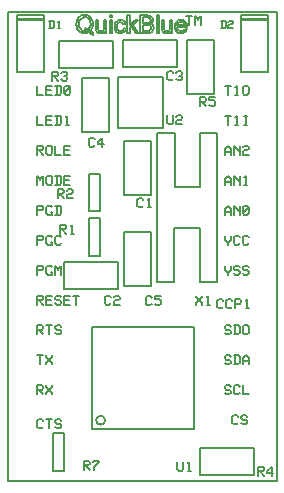
<source format=gbr>
G04 GERBER FORMAT: RX-274-X*
G04 BOARD: QUICKBLUE*
G04 ARTWORK OF COMP.PRINT POSITIVE*
%ASAXBY*%
%FSLAX33Y33*%
%MIA0B0*%
%MOMM*%
%OFA0.000B0.000*%
%SFA1B1*%
%IJA0B0*%
%INLAYER0POS*%
%IOA0B0*%
%IPPOS*%
%IR0*%
G04 APERTURE MACROS*
%AMEDWDONUT*
1,1,$1,$2,$3*
1,0,$4,$2,$3*
%
%AMEDWFRECT*
20,1,$1,$2,$3,$4,$5,$6*
%
%AMEDWORECT*
20,1,$1,$2,$3,$4,$5,$10*
20,1,$1,$4,$5,$6,$7,$10*
20,1,$1,$6,$7,$8,$9,$10*
20,1,$1,$8,$9,$2,$3,$10*
1,1,$1,$2,$3*
1,1,$1,$4,$5*
1,1,$1,$6,$7*
1,1,$1,$8,$9*
%
%AMEDWLINER*
20,1,$1,$2,$3,$4,$5,$6*
1,1,$1,$2,$3*
1,1,$1,$4,$5*
%
%AMEDWFTRNG*
4,1,3,$1,$2,$3,$4,$5,$6,$7,$8,$9*
%
%AMEDWATRNG*
4,1,3,$1,$2,$3,$4,$5,$6,$7,$8,$9*
20,1,$11,$1,$2,$3,$4,$10*
20,1,$11,$3,$4,$5,$6,$10*
20,1,$11,$5,$6,$7,$8,$10*
1,1,$11,$3,$4*
1,1,$11,$5,$6*
1,1,$11,$7,$8*
%
%AMEDWOTRNG*
20,1,$1,$2,$3,$4,$5,$8*
20,1,$1,$4,$5,$6,$7,$8*
20,1,$1,$6,$7,$2,$3,$8*
1,1,$1,$2,$3*
1,1,$1,$4,$5*
1,1,$1,$6,$7*
%
G04*
G04 APERTURE LIST*
%ADD10R,1.651X1.778*%
%ADD11R,2.261X2.388*%
%ADD12R,1.397X1.524*%
%ADD13R,2.007X2.134*%
%ADD14R,1.346X4.953*%
%ADD15R,1.956X5.563*%
%ADD16R,1.092X4.699*%
%ADD17R,1.702X5.309*%
%ADD18R,1.100X0.650*%
%ADD19R,1.710X1.260*%
%ADD20R,1.000X0.550*%
%ADD21R,1.610X1.160*%
%ADD22R,1.100X0.550*%
%ADD23R,1.710X1.160*%
%ADD24R,1.000X0.450*%
%ADD25R,1.610X1.060*%
%ADD26R,0.406X1.930*%
%ADD27R,1.016X2.540*%
%ADD28R,0.254X1.778*%
%ADD29R,0.864X2.388*%
%ADD30R,1.930X0.406*%
%ADD31R,2.540X1.016*%
%ADD32R,1.778X0.254*%
%ADD33R,2.388X0.864*%
%ADD34R,1.270X1.473*%
%ADD35R,1.880X2.083*%
%ADD36R,1.016X1.219*%
%ADD37R,1.626X1.829*%
%ADD38R,1.300X1.000*%
%ADD39R,1.910X1.610*%
%ADD40R,1.100X0.800*%
%ADD41R,1.710X1.410*%
%ADD42R,1.778X1.651*%
%ADD43R,2.388X2.261*%
%ADD44R,1.524X1.397*%
%ADD45R,2.134X2.007*%
%ADD46R,1.850X1.750*%
%ADD47R,2.460X2.360*%
%ADD48R,1.750X1.650*%
%ADD49R,2.360X2.260*%
%ADD50C,0.025*%
%ADD52C,0.051*%
%ADD53R,0.051X0.051*%
%ADD54C,0.076*%
%ADD55R,0.076X0.076*%
%ADD56C,0.102*%
%ADD57R,0.102X0.102*%
%ADD58C,0.127*%
%ADD59R,0.127X0.127*%
%ADD60C,0.140*%
%ADD62C,0.170*%
%ADD63R,0.170X0.170*%
%ADD64C,0.200*%
%ADD65R,0.200X0.200*%
%ADD66C,0.203*%
%ADD68C,0.203*%
%ADD70C,0.220*%
%ADD72C,0.250*%
%ADD73R,0.250X0.250*%
%ADD74C,0.254*%
%ADD75R,0.254X0.254*%
%ADD76C,0.305*%
%ADD78C,0.305*%
%ADD80C,0.330*%
%ADD82C,0.500*%
%ADD83R,0.500X0.500*%
%ADD84C,0.600*%
%ADD86C,0.610*%
%ADD88C,0.737*%
%ADD90C,0.750*%
%ADD92C,0.762*%
%ADD93R,0.762X0.762*%
%ADD94C,0.780*%
%ADD95R,0.780X0.780*%
%ADD96C,0.810*%
%ADD98C,0.813*%
%ADD100C,0.813*%
%ADD102C,0.830*%
%ADD104C,0.914*%
%ADD106C,0.940*%
%ADD108C,1.000*%
%ADD109R,1.000X1.000*%
%ADD110C,1.100*%
%ADD111R,1.100X1.100*%
%ADD112C,1.270*%
%ADD113R,1.270X1.270*%
%ADD115R,1.397X1.397*%
%ADD117R,1.400X1.400*%
%ADD118C,1.422*%
%ADD119R,1.422X1.422*%
%ADD120C,1.500*%
%ADD121R,1.500X1.500*%
%ADD122C,1.524*%
%ADD123R,1.524X1.524*%
%ADD124C,1.575*%
%ADD125R,1.575X1.575*%
%ADD127R,1.600X1.600*%
%ADD129R,1.650X1.650*%
%ADD131R,1.651X1.651*%
%ADD132C,1.750*%
%ADD133R,1.750X1.750*%
%ADD134C,1.754*%
%ADD135R,1.754X1.754*%
%ADD136C,1.778*%
%ADD137R,1.778X1.778*%
%ADD139R,1.854X1.854*%
%ADD141R,1.872X1.872*%
%ADD143R,1.905X1.905*%
%ADD145R,1.984X1.984*%
%ADD146C,2.000*%
%ADD147R,2.000X2.000*%
%ADD148C,2.004*%
%ADD149R,2.004X2.004*%
%ADD151R,2.007X2.007*%
%ADD153R,2.010X2.010*%
%ADD154C,2.032*%
%ADD155R,2.032X2.032*%
%ADD157R,2.110X2.110*%
%ADD158C,2.134*%
%ADD159R,2.134X2.134*%
%ADD160C,2.184*%
%ADD161R,2.184X2.184*%
%ADD163R,2.210X2.210*%
%ADD165R,2.260X2.260*%
%ADD167R,2.261X2.261*%
%ADD169R,2.286X2.286*%
%ADD171R,2.360X2.360*%
%ADD172C,2.388*%
%ADD173R,2.388X2.388*%
%ADD175R,2.464X2.464*%
%ADD177R,2.482X2.482*%
%ADD179R,2.515X2.515*%
%ADD181R,2.594X2.594*%
%ADD182C,2.610*%
%ADD183R,2.610X2.610*%
%ADD184C,2.642*%
%ADD185R,2.642X2.642*%
%ADD186C,2.794*%
%ADD187R,2.794X2.794*%
%ADD189R,2.835X2.835*%
%ADD191R,2.896X2.896*%
%ADD193R,3.048X3.048*%
%ADD195R,3.302X3.302*%
%ADD197R,3.445X3.445*%
%ADD199R,3.658X3.658*%
%ADD201R,3.912X3.912*%
%ADD202C,6.452*%
%ADD203R,6.452X6.452*%
%ADD204C,8.992*%
%ADD205R,8.992X8.992*%
%ADD206C,11.532*%
%ADD207R,11.532X11.532*%
%ADD208C,14.072*%
%ADD209R,14.072X14.072*%
%ADD210C,16.612*%
%ADD211R,16.612X16.612*%
%ADD212C,19.152*%
%ADD213R,19.152X19.152*%
%ADD214C,21.692*%
%ADD215R,21.692X21.692*%
%ADD216C,24.232*%
%ADD217R,24.232X24.232*%
%ADD218C,26.772*%
%ADD219R,26.772X26.772*%
%ADD220C,29.312*%
%ADD221R,29.312X29.312*%
%ADD222C,31.852*%
%ADD223R,31.852X31.852*%
%ADD224C,34.392*%
%ADD225R,34.392X34.392*%
%ADD226C,36.932*%
%ADD227R,36.932X36.932*%
%ADD228C,39.472*%
%ADD229R,39.472X39.472*%
%ADD230C,42.012*%
%ADD231R,42.012X42.012*%
%ADD232C,44.552*%
%ADD233R,44.552X44.552*%
%ADD234C,47.092*%
%ADD235R,47.092X47.092*%
%ADD236C,49.632*%
%ADD237R,49.632X49.632*%
G04*
D58* 
X0Y0D02*
X22824Y0D01*
X22824Y39625D01*
X0Y39625D01*
X0Y0D01*
D68* 
X19777Y34563D02*
X22072Y34563D01*
X22072Y39012D01*
X19777Y39012D01*
X19777Y34563D01*
D66* 
X22084Y39098D02*
X19780Y39098D01*
X19780Y39432D01*
X22084Y39432D01*
X22084Y39098D01*
D64* 
X18067Y38309D02*
X18384Y38309D01*
X18490Y38415D01*
X18490Y38838D01*
X18384Y38944D01*
X18067Y38944D01*
X18173Y38944D02*
X18173Y38309D01*
X18702Y38838D02*
X18808Y38944D01*
X19019Y38944D01*
X19125Y38838D01*
X19125Y38732D01*
X19019Y38626D01*
X18808Y38626D01*
X18702Y38521D01*
X18702Y38309D01*
X19125Y38309D01*
D68* 
X777Y34563D02*
X3072Y34563D01*
X3072Y39012D01*
X777Y39012D01*
X777Y34563D01*
D66* 
X3084Y39098D02*
X780Y39098D01*
X780Y39432D01*
X3084Y39432D01*
X3084Y39098D01*
D64* 
X3505Y38309D02*
X3822Y38309D01*
X3928Y38415D01*
X3928Y38838D01*
X3822Y38944D01*
X3505Y38944D01*
X3611Y38944D02*
X3611Y38309D01*
X4246Y38309D02*
X4457Y38309D01*
X4352Y38309D02*
X4352Y38944D01*
X4246Y38838D01*
D68* 
X16287Y29459D02*
X16287Y24811D01*
X14153Y24811D01*
X14153Y29459D01*
X17760Y29459D02*
X16287Y29459D01*
X12655Y29459D02*
X14153Y29459D01*
X16261Y16784D02*
X16261Y21407D01*
X14128Y21407D01*
X14128Y16784D01*
X17735Y16784D02*
X16261Y16784D01*
X12629Y16784D02*
X14128Y16784D01*
X17760Y29459D02*
X17760Y16784D01*
X12629Y29459D02*
X12629Y16784D01*
D58* 
X15970Y14892D02*
X15970Y15019D01*
X16478Y15527D01*
X16478Y15654D01*
X15970Y15654D02*
X15970Y15527D01*
X16478Y15019D01*
X16478Y14892D01*
X16859Y14892D02*
X17113Y14892D01*
X16986Y14892D02*
X16986Y15654D01*
X16859Y15527D01*
X6870Y22242D02*
X6870Y19042D01*
X7870Y19042D01*
X7870Y22242D01*
X6870Y22242D01*
X4470Y20892D02*
X4470Y21654D01*
X4851Y21654D01*
X4978Y21527D01*
X4978Y21400D01*
X4851Y21273D01*
X4470Y21273D01*
X4597Y21273D02*
X4978Y20892D01*
X5359Y20892D02*
X5613Y20892D01*
X5486Y20892D02*
X5486Y21654D01*
X5359Y21527D01*
D68* 
X7115Y4339D02*
X7115Y12975D01*
X15751Y12975D01*
X15751Y4339D01*
X7115Y4339D01*
G75*
G01X8258Y5101D02*
G03X8258Y5101I-381J0D01*
G01*
D58* 
X14373Y1581D02*
X14373Y946D01*
X14500Y819D01*
X14754Y819D01*
X14881Y946D01*
X14881Y1581D01*
X15262Y819D02*
X15516Y819D01*
X15389Y819D02*
X15389Y1581D01*
X15262Y1454D01*
D68* 
X13141Y34158D02*
X13141Y29840D01*
X9331Y29840D01*
X9331Y34158D01*
X13141Y34158D01*
D58* 
X13502Y30904D02*
X13502Y30269D01*
X13629Y30142D01*
X13883Y30142D01*
X14010Y30269D01*
X14010Y30904D01*
X14264Y30777D02*
X14391Y30904D01*
X14645Y30904D01*
X14772Y30777D01*
X14772Y30650D01*
X14645Y30523D01*
X14391Y30523D01*
X14264Y30396D01*
X14264Y30142D01*
X14772Y30142D01*
D68* 
X9363Y18535D02*
X9363Y16249D01*
X4791Y16249D01*
X4791Y18535D01*
X9363Y18535D01*
D58* 
X8728Y15019D02*
X8601Y14892D01*
X8347Y14892D01*
X8220Y15019D01*
X8220Y15527D01*
X8347Y15654D01*
X8601Y15654D01*
X8728Y15527D01*
X8982Y15527D02*
X9109Y15654D01*
X9363Y15654D01*
X9490Y15527D01*
X9490Y15400D01*
X9363Y15273D01*
X9109Y15273D01*
X8982Y15146D01*
X8982Y14892D01*
X9490Y14892D01*
D68* 
X9777Y35049D02*
X9777Y37335D01*
X14349Y37335D01*
X14349Y35049D01*
X9777Y35049D01*
D58* 
X14050Y34021D02*
X13923Y33894D01*
X13669Y33894D01*
X13542Y34021D01*
X13542Y34529D01*
X13669Y34656D01*
X13923Y34656D01*
X14050Y34529D01*
X14304Y34529D02*
X14431Y34656D01*
X14685Y34656D01*
X14812Y34529D01*
X14812Y34402D01*
X14685Y34275D01*
X14558Y34275D01*
X14685Y34275D02*
X14812Y34148D01*
X14812Y34021D01*
X14685Y33894D01*
X14431Y33894D01*
X14304Y34021D01*
D68* 
X8613Y29499D02*
X6327Y29499D01*
X6327Y34071D01*
X8613Y34071D01*
X8613Y29499D01*
D58* 
X7367Y28405D02*
X7240Y28278D01*
X6986Y28278D01*
X6859Y28405D01*
X6859Y28913D01*
X6986Y29040D01*
X7240Y29040D01*
X7367Y28913D01*
X8129Y28532D02*
X7621Y28532D01*
X7621Y28659D01*
X8002Y29040D01*
X8002Y28278D01*
X7870Y22792D02*
X7870Y25992D01*
X6870Y25992D01*
X6870Y22792D01*
X7870Y22792D01*
X4270Y23892D02*
X4270Y24654D01*
X4651Y24654D01*
X4778Y24527D01*
X4778Y24400D01*
X4651Y24273D01*
X4270Y24273D01*
X4397Y24273D02*
X4778Y23892D01*
X5032Y24527D02*
X5159Y24654D01*
X5413Y24654D01*
X5540Y24527D01*
X5540Y24400D01*
X5413Y24273D01*
X5159Y24273D01*
X5032Y24146D01*
X5032Y23892D01*
X5540Y23892D01*
D68* 
X16327Y499D02*
X16327Y2785D01*
X20899Y2785D01*
X20899Y499D01*
X16327Y499D01*
D58* 
X21220Y392D02*
X21220Y1154D01*
X21601Y1154D01*
X21728Y1027D01*
X21728Y900D01*
X21601Y773D01*
X21220Y773D01*
X21347Y773D02*
X21728Y392D01*
X22490Y646D02*
X21982Y646D01*
X21982Y773D01*
X22363Y1154D01*
X22363Y392D01*
D64* 
X2790Y9827D02*
X2790Y10589D01*
X2536Y10589D02*
X3044Y10589D01*
X3298Y9827D02*
X3298Y9954D01*
X3806Y10462D01*
X3806Y10589D01*
X3298Y10589D02*
X3298Y10462D01*
X3806Y9954D01*
X3806Y9827D01*
X2536Y7291D02*
X2536Y8053D01*
X2917Y8053D01*
X3044Y7926D01*
X3044Y7799D01*
X2917Y7672D01*
X2536Y7672D01*
X2663Y7672D02*
X3044Y7291D01*
X3298Y7291D02*
X3298Y7418D01*
X3806Y7926D01*
X3806Y8053D01*
X3298Y8053D02*
X3298Y7926D01*
X3806Y7418D01*
X3806Y7291D01*
X2536Y12363D02*
X2536Y13125D01*
X2917Y13125D01*
X3044Y12998D01*
X3044Y12871D01*
X2917Y12744D01*
X2536Y12744D01*
X2663Y12744D02*
X3044Y12363D01*
X3552Y12363D02*
X3552Y13125D01*
X3298Y13125D02*
X3806Y13125D01*
X4060Y12490D02*
X4187Y12363D01*
X4441Y12363D01*
X4568Y12490D01*
X4568Y12617D01*
X4441Y12744D01*
X4187Y12744D01*
X4060Y12871D01*
X4060Y12998D01*
X4187Y13125D01*
X4441Y13125D01*
X4568Y12998D01*
X3044Y4565D02*
X2917Y4438D01*
X2663Y4438D01*
X2536Y4565D01*
X2536Y5073D01*
X2663Y5200D01*
X2917Y5200D01*
X3044Y5073D01*
X3552Y4438D02*
X3552Y5200D01*
X3298Y5200D02*
X3806Y5200D01*
X4060Y4565D02*
X4187Y4438D01*
X4441Y4438D01*
X4568Y4565D01*
X4568Y4692D01*
X4441Y4819D01*
X4187Y4819D01*
X4060Y4946D01*
X4060Y5073D01*
X4187Y5200D01*
X4441Y5200D01*
X4568Y5073D01*
X2536Y33413D02*
X2536Y32651D01*
X3044Y32651D01*
X3806Y32651D02*
X3298Y32651D01*
X3298Y33413D01*
X3806Y33413D01*
X3298Y33032D02*
X3679Y33032D01*
X4060Y32651D02*
X4441Y32651D01*
X4568Y32778D01*
X4568Y33286D01*
X4441Y33413D01*
X4060Y33413D01*
X4187Y33413D02*
X4187Y32651D01*
X4822Y32778D02*
X4822Y33286D01*
X4949Y33413D01*
X5203Y33413D01*
X5330Y33286D01*
X5330Y32778D01*
X5203Y32651D01*
X4949Y32651D01*
X4822Y32778D01*
X5330Y33286D01*
X2536Y30877D02*
X2536Y30115D01*
X3044Y30115D01*
X3806Y30115D02*
X3298Y30115D01*
X3298Y30877D01*
X3806Y30877D01*
X3298Y30496D02*
X3679Y30496D01*
X4060Y30115D02*
X4441Y30115D01*
X4568Y30242D01*
X4568Y30750D01*
X4441Y30877D01*
X4060Y30877D01*
X4187Y30877D02*
X4187Y30115D01*
X4949Y30115D02*
X5203Y30115D01*
X5076Y30115D02*
X5076Y30877D01*
X4949Y30750D01*
X2536Y17435D02*
X2536Y18197D01*
X2917Y18197D01*
X3044Y18070D01*
X3044Y17943D01*
X2917Y17816D01*
X2536Y17816D01*
X3806Y18070D02*
X3679Y18197D01*
X3425Y18197D01*
X3298Y18070D01*
X3298Y17562D01*
X3425Y17435D01*
X3806Y17435D01*
X3806Y17689D01*
X3679Y17689D01*
X4060Y17435D02*
X4060Y18197D01*
X4314Y17943D01*
X4314Y17816D01*
X4314Y17943D02*
X4568Y18197D01*
X4568Y17435D01*
X2536Y19971D02*
X2536Y20733D01*
X2917Y20733D01*
X3044Y20606D01*
X3044Y20479D01*
X2917Y20352D01*
X2536Y20352D01*
X3806Y20606D02*
X3679Y20733D01*
X3425Y20733D01*
X3298Y20606D01*
X3298Y20098D01*
X3425Y19971D01*
X3806Y19971D01*
X3806Y20225D01*
X3679Y20225D01*
X4568Y20098D02*
X4441Y19971D01*
X4187Y19971D01*
X4060Y20098D01*
X4060Y20606D01*
X4187Y20733D01*
X4441Y20733D01*
X4568Y20606D01*
X2536Y22507D02*
X2536Y23269D01*
X2917Y23269D01*
X3044Y23142D01*
X3044Y23015D01*
X2917Y22888D01*
X2536Y22888D01*
X3806Y23142D02*
X3679Y23269D01*
X3425Y23269D01*
X3298Y23142D01*
X3298Y22634D01*
X3425Y22507D01*
X3806Y22507D01*
X3806Y22761D01*
X3679Y22761D01*
X4060Y22507D02*
X4441Y22507D01*
X4568Y22634D01*
X4568Y23142D01*
X4441Y23269D01*
X4060Y23269D01*
X4187Y23269D02*
X4187Y22507D01*
X2536Y14899D02*
X2536Y15661D01*
X2917Y15661D01*
X3044Y15534D01*
X3044Y15407D01*
X2917Y15280D01*
X2536Y15280D01*
X2663Y15280D02*
X3044Y14899D01*
X3806Y14899D02*
X3298Y14899D01*
X3298Y15661D01*
X3806Y15661D01*
X3298Y15280D02*
X3679Y15280D01*
X4060Y15026D02*
X4187Y14899D01*
X4441Y14899D01*
X4568Y15026D01*
X4568Y15153D01*
X4441Y15280D01*
X4187Y15280D01*
X4060Y15407D01*
X4060Y15534D01*
X4187Y15661D01*
X4441Y15661D01*
X4568Y15534D01*
X5330Y14899D02*
X4822Y14899D01*
X4822Y15661D01*
X5330Y15661D01*
X4822Y15280D02*
X5203Y15280D01*
X5838Y14899D02*
X5838Y15661D01*
X5584Y15661D02*
X6092Y15661D01*
X18386Y7418D02*
X18513Y7291D01*
X18767Y7291D01*
X18894Y7418D01*
X18894Y7545D01*
X18767Y7672D01*
X18513Y7672D01*
X18386Y7799D01*
X18386Y7926D01*
X18513Y8053D01*
X18767Y8053D01*
X18894Y7926D01*
X19656Y7418D02*
X19529Y7291D01*
X19275Y7291D01*
X19148Y7418D01*
X19148Y7926D01*
X19275Y8053D01*
X19529Y8053D01*
X19656Y7926D01*
X19910Y8053D02*
X19910Y7291D01*
X20418Y7291D01*
X18386Y9954D02*
X18513Y9827D01*
X18767Y9827D01*
X18894Y9954D01*
X18894Y10081D01*
X18767Y10208D01*
X18513Y10208D01*
X18386Y10335D01*
X18386Y10462D01*
X18513Y10589D01*
X18767Y10589D01*
X18894Y10462D01*
X19148Y9827D02*
X19529Y9827D01*
X19656Y9954D01*
X19656Y10462D01*
X19529Y10589D01*
X19148Y10589D01*
X19275Y10589D02*
X19275Y9827D01*
X19910Y9827D02*
X19910Y10335D01*
X20164Y10589D01*
X20418Y10335D01*
X20418Y9827D01*
X20418Y10081D02*
X19910Y10081D01*
X18386Y12490D02*
X18513Y12363D01*
X18767Y12363D01*
X18894Y12490D01*
X18894Y12617D01*
X18767Y12744D01*
X18513Y12744D01*
X18386Y12871D01*
X18386Y12998D01*
X18513Y13125D01*
X18767Y13125D01*
X18894Y12998D01*
X19148Y12363D02*
X19529Y12363D01*
X19656Y12490D01*
X19656Y12998D01*
X19529Y13125D01*
X19148Y13125D01*
X19275Y13125D02*
X19275Y12363D01*
X19910Y12490D02*
X19910Y12998D01*
X20037Y13125D01*
X20291Y13125D01*
X20418Y12998D01*
X20418Y12490D01*
X20291Y12363D01*
X20037Y12363D01*
X19910Y12490D01*
X18260Y14709D02*
X18133Y14582D01*
X17879Y14582D01*
X17752Y14709D01*
X17752Y15217D01*
X17879Y15344D01*
X18133Y15344D01*
X18260Y15217D01*
X19022Y14709D02*
X18895Y14582D01*
X18641Y14582D01*
X18514Y14709D01*
X18514Y15217D01*
X18641Y15344D01*
X18895Y15344D01*
X19022Y15217D01*
X19276Y14582D02*
X19276Y15344D01*
X19657Y15344D01*
X19784Y15217D01*
X19784Y15090D01*
X19657Y14963D01*
X19276Y14963D01*
X20165Y14582D02*
X20419Y14582D01*
X20292Y14582D02*
X20292Y15344D01*
X20165Y15217D01*
X18640Y32651D02*
X18640Y33413D01*
X18386Y33413D02*
X18894Y33413D01*
X19275Y32651D02*
X19529Y32651D01*
X19402Y32651D02*
X19402Y33413D01*
X19275Y33286D01*
X19910Y32778D02*
X19910Y33286D01*
X20037Y33413D01*
X20291Y33413D01*
X20418Y33286D01*
X20418Y32778D01*
X20291Y32651D01*
X20037Y32651D01*
X19910Y32778D01*
X18640Y30115D02*
X18640Y30877D01*
X18386Y30877D02*
X18894Y30877D01*
X19275Y30115D02*
X19529Y30115D01*
X19402Y30115D02*
X19402Y30877D01*
X19275Y30750D01*
X20037Y30115D02*
X20291Y30115D01*
X20164Y30115D02*
X20164Y30877D01*
X20037Y30877D02*
X20291Y30877D01*
X18386Y22507D02*
X18386Y23015D01*
X18640Y23269D01*
X18894Y23015D01*
X18894Y22507D01*
X18894Y22761D02*
X18386Y22761D01*
X19148Y22507D02*
X19148Y23269D01*
X19656Y22761D01*
X19656Y23269D02*
X19656Y22507D01*
X19910Y22634D02*
X19910Y23142D01*
X20037Y23269D01*
X20291Y23269D01*
X20418Y23142D01*
X20418Y22634D01*
X20291Y22507D01*
X20037Y22507D01*
X19910Y22634D01*
X20418Y23142D01*
X18386Y25043D02*
X18386Y25551D01*
X18640Y25805D01*
X18894Y25551D01*
X18894Y25043D01*
X18894Y25297D02*
X18386Y25297D01*
X19148Y25043D02*
X19148Y25805D01*
X19656Y25297D01*
X19656Y25805D02*
X19656Y25043D01*
X20037Y25043D02*
X20291Y25043D01*
X20164Y25043D02*
X20164Y25805D01*
X20037Y25678D01*
X18386Y27579D02*
X18386Y28087D01*
X18640Y28341D01*
X18894Y28087D01*
X18894Y27579D01*
X18894Y27833D02*
X18386Y27833D01*
X19148Y27579D02*
X19148Y28341D01*
X19656Y27833D01*
X19656Y28341D02*
X19656Y27579D01*
X19910Y28214D02*
X20037Y28341D01*
X20291Y28341D01*
X20418Y28214D01*
X20418Y28087D01*
X20291Y27960D01*
X20037Y27960D01*
X19910Y27833D01*
X19910Y27579D01*
X20418Y27579D01*
D58* 
X4820Y792D02*
X4820Y3992D01*
X3820Y3992D01*
X3820Y792D01*
X4820Y792D01*
X6470Y892D02*
X6470Y1654D01*
X6851Y1654D01*
X6978Y1527D01*
X6978Y1400D01*
X6851Y1273D01*
X6470Y1273D01*
X6597Y1273D02*
X6978Y892D01*
X7359Y892D02*
X7359Y1146D01*
X7740Y1527D01*
X7740Y1654D01*
X7232Y1654D01*
X7232Y1527D01*
D68* 
X12113Y16463D02*
X9827Y16463D01*
X9827Y21035D01*
X12113Y21035D01*
X12113Y16463D01*
D58* 
X12228Y14983D02*
X12101Y14856D01*
X11847Y14856D01*
X11720Y14983D01*
X11720Y15491D01*
X11847Y15618D01*
X12101Y15618D01*
X12228Y15491D01*
X12482Y14983D02*
X12609Y14856D01*
X12863Y14856D01*
X12990Y14983D01*
X12990Y15237D01*
X12863Y15364D01*
X12482Y15364D01*
X12482Y15618D01*
X12990Y15618D01*
D68* 
X9827Y28785D02*
X12113Y28785D01*
X12113Y24213D01*
X9827Y24213D01*
X9827Y28785D01*
D58* 
X11478Y23269D02*
X11351Y23142D01*
X11097Y23142D01*
X10970Y23269D01*
X10970Y23777D01*
X11097Y23904D01*
X11351Y23904D01*
X11478Y23777D01*
X11859Y23142D02*
X12113Y23142D01*
X11986Y23142D02*
X11986Y23904D01*
X11859Y23777D01*
D64* 
X19528Y4882D02*
X19401Y4755D01*
X19147Y4755D01*
X19020Y4882D01*
X19020Y5390D01*
X19147Y5517D01*
X19401Y5517D01*
X19528Y5390D01*
X19782Y4882D02*
X19909Y4755D01*
X20163Y4755D01*
X20290Y4882D01*
X20290Y5009D01*
X20163Y5136D01*
X19909Y5136D01*
X19782Y5263D01*
X19782Y5390D01*
X19909Y5517D01*
X20163Y5517D01*
X20290Y5390D01*
X18386Y18197D02*
X18386Y17816D01*
X18640Y17562D01*
X18640Y17435D01*
X18640Y17562D02*
X18894Y17816D01*
X18894Y18197D01*
X19148Y17562D02*
X19275Y17435D01*
X19529Y17435D01*
X19656Y17562D01*
X19656Y17689D01*
X19529Y17816D01*
X19275Y17816D01*
X19148Y17943D01*
X19148Y18070D01*
X19275Y18197D01*
X19529Y18197D01*
X19656Y18070D01*
X19910Y17562D02*
X20037Y17435D01*
X20291Y17435D01*
X20418Y17562D01*
X20418Y17689D01*
X20291Y17816D01*
X20037Y17816D01*
X19910Y17943D01*
X19910Y18070D01*
X20037Y18197D01*
X20291Y18197D01*
X20418Y18070D01*
X18386Y20733D02*
X18386Y20352D01*
X18640Y20098D01*
X18640Y19971D01*
X18640Y20098D02*
X18894Y20352D01*
X18894Y20733D01*
X19656Y20098D02*
X19529Y19971D01*
X19275Y19971D01*
X19148Y20098D01*
X19148Y20606D01*
X19275Y20733D01*
X19529Y20733D01*
X19656Y20606D01*
X20418Y20098D02*
X20291Y19971D01*
X20037Y19971D01*
X19910Y20098D01*
X19910Y20606D01*
X20037Y20733D01*
X20291Y20733D01*
X20418Y20606D01*
X2536Y25043D02*
X2536Y25805D01*
X2790Y25551D01*
X2790Y25424D01*
X2790Y25551D02*
X3044Y25805D01*
X3044Y25043D01*
X3298Y25170D02*
X3298Y25678D01*
X3425Y25805D01*
X3679Y25805D01*
X3806Y25678D01*
X3806Y25170D01*
X3679Y25043D01*
X3425Y25043D01*
X3298Y25170D01*
X4060Y25043D02*
X4441Y25043D01*
X4568Y25170D01*
X4568Y25678D01*
X4441Y25805D01*
X4060Y25805D01*
X4187Y25805D02*
X4187Y25043D01*
X5330Y25043D02*
X4822Y25043D01*
X4822Y25805D01*
X5330Y25805D01*
X4822Y25424D02*
X5203Y25424D01*
X2536Y27579D02*
X2536Y28341D01*
X2917Y28341D01*
X3044Y28214D01*
X3044Y28087D01*
X2917Y27960D01*
X2536Y27960D01*
X2663Y27960D02*
X3044Y27579D01*
X3298Y27706D02*
X3298Y28214D01*
X3425Y28341D01*
X3679Y28341D01*
X3806Y28214D01*
X3806Y27706D01*
X3679Y27579D01*
X3425Y27579D01*
X3298Y27706D01*
X4060Y28341D02*
X4060Y27579D01*
X4568Y27579D01*
X5330Y27579D02*
X4822Y27579D01*
X4822Y28341D01*
X5330Y28341D01*
X4822Y27960D02*
X5203Y27960D01*
D68* 
X4377Y34949D02*
X4377Y37235D01*
X8949Y37235D01*
X8949Y34949D01*
X4377Y34949D01*
D58* 
X3770Y33842D02*
X3770Y34604D01*
X4151Y34604D01*
X4278Y34477D01*
X4278Y34350D01*
X4151Y34223D01*
X3770Y34223D01*
X3897Y34223D02*
X4278Y33842D01*
X4532Y34477D02*
X4659Y34604D01*
X4913Y34604D01*
X5040Y34477D01*
X5040Y34350D01*
X4913Y34223D01*
X4786Y34223D01*
X4913Y34223D02*
X5040Y34096D01*
X5040Y33969D01*
X4913Y33842D01*
X4659Y33842D01*
X4532Y33969D01*
D68* 
X15177Y37335D02*
X17463Y37335D01*
X17463Y32763D01*
X15177Y32763D01*
X15177Y37335D01*
D58* 
X16320Y31692D02*
X16320Y32454D01*
X16701Y32454D01*
X16828Y32327D01*
X16828Y32200D01*
X16701Y32073D01*
X16320Y32073D01*
X16447Y32073D02*
X16828Y31692D01*
X17082Y31819D02*
X17209Y31692D01*
X17463Y31692D01*
X17590Y31819D01*
X17590Y32073D01*
X17463Y32200D01*
X17082Y32200D01*
X17082Y32454D01*
X17590Y32454D01*
D66* 
X15374Y38592D02*
X15374Y39354D01*
X15120Y39354D02*
X15628Y39354D01*
X15882Y38592D02*
X15882Y39354D01*
X16136Y39100D01*
X16136Y38973D01*
X16136Y39100D02*
X16390Y39354D01*
X16390Y38592D01*
D58* 
X7007Y38061D02*
X7134Y37960D01*
X7261Y37909D01*
X7210Y37756D01*
X7057Y37833D01*
X6880Y37934D01*
X6727Y37883D01*
X6524Y37858D01*
X6346Y37883D01*
X6168Y37960D01*
X6041Y38061D01*
X5914Y38239D01*
X5864Y38417D01*
X5838Y38620D01*
X5864Y38849D01*
X5914Y39026D01*
X6041Y39204D01*
X6168Y39306D01*
X6346Y39382D01*
X6549Y39407D01*
X6727Y39382D01*
X6905Y39306D01*
X7057Y39179D01*
X7159Y39026D01*
X7210Y38849D01*
X7235Y38645D01*
X7235Y38468D01*
X7184Y38315D01*
X7108Y38163D01*
X7007Y38061D01*
X7007Y38061D01*
X7007Y38061D01*
X6600Y38290D02*
X6753Y38239D01*
X6854Y38163D01*
X6981Y38366D01*
X7032Y38620D01*
X7007Y38798D01*
X6981Y38950D01*
X6905Y39052D01*
X6803Y39153D01*
X6676Y39204D01*
X6549Y39230D01*
X6346Y39179D01*
X6194Y39077D01*
X6067Y38899D01*
X6041Y38620D01*
X6067Y38366D01*
X6194Y38188D01*
X6346Y38061D01*
X6549Y38036D01*
X6727Y38061D01*
X6549Y38163D01*
X6600Y38290D01*
X6600Y38290D01*
X8200Y37883D02*
X8200Y38061D01*
X8124Y37960D01*
X8048Y37909D01*
X7972Y37858D01*
X7870Y37858D01*
X7692Y37883D01*
X7591Y37985D01*
X7515Y38112D01*
X7515Y38188D01*
X7515Y38290D01*
X7515Y38976D01*
X7692Y38976D01*
X7692Y38391D01*
X7692Y38264D01*
X7692Y38188D01*
X7769Y38087D01*
X7921Y38036D01*
X8073Y38087D01*
X8175Y38188D01*
X8200Y38290D01*
X8200Y38391D01*
X8200Y38976D01*
X8378Y38976D01*
X8378Y37883D01*
X8200Y37883D01*
X8200Y37883D01*
X8683Y39204D02*
X8683Y39382D01*
X8861Y39382D01*
X8861Y39204D01*
X8683Y39204D01*
X8683Y39204D01*
X8683Y37883D02*
X8683Y38976D01*
X8861Y38976D01*
X8861Y37883D01*
X8683Y37883D01*
X8683Y37883D01*
X9826Y38290D02*
X10004Y38264D01*
X9953Y38087D01*
X9851Y37960D01*
X9724Y37883D01*
X9547Y37858D01*
X9343Y37883D01*
X9191Y38010D01*
X9089Y38188D01*
X9064Y38417D01*
X9089Y38595D01*
X9115Y38722D01*
X9191Y38849D01*
X9293Y38925D01*
X9420Y38976D01*
X9547Y39001D01*
X9699Y38976D01*
X9826Y38899D01*
X9928Y38798D01*
X9978Y38645D01*
X9801Y38620D01*
X9699Y38772D01*
X9547Y38823D01*
X9420Y38798D01*
X9318Y38722D01*
X9267Y38595D01*
X9242Y38417D01*
X9267Y38239D01*
X9318Y38137D01*
X9420Y38061D01*
X9547Y38036D01*
X9648Y38061D01*
X9724Y38087D01*
X9801Y38163D01*
X9826Y38290D01*
X9826Y38290D01*
X9826Y38290D01*
X10156Y37883D02*
X10156Y39382D01*
X10334Y39382D01*
X10334Y38544D01*
X10766Y38976D01*
X11020Y38976D01*
X10613Y38569D01*
X11045Y37883D01*
X10842Y37883D01*
X10486Y38442D01*
X10334Y38290D01*
X10334Y37883D01*
X10156Y37883D01*
X10156Y37883D01*
X11248Y37883D02*
X11248Y39382D01*
X11807Y39382D01*
X11960Y39357D01*
X12087Y39331D01*
X12188Y39280D01*
X12264Y39204D01*
X12290Y39103D01*
X12315Y39001D01*
X12315Y38899D01*
X12264Y38798D01*
X12188Y38722D01*
X12087Y38671D01*
X12214Y38620D01*
X12290Y38544D01*
X12341Y38442D01*
X12366Y38315D01*
X12315Y38112D01*
X12214Y37985D01*
X12061Y37909D01*
X11807Y37883D01*
X11248Y37883D01*
X11248Y37883D01*
X11452Y38747D02*
X11782Y38747D01*
X11883Y38747D01*
X11960Y38772D01*
X12087Y38849D01*
X12112Y38976D01*
X12087Y39103D01*
X11985Y39179D01*
X11883Y39204D01*
X11756Y39204D01*
X11452Y39204D01*
X11452Y38747D01*
X11452Y38747D01*
X11452Y38061D02*
X11807Y38061D01*
X11909Y38061D01*
X11960Y38061D01*
X12061Y38112D01*
X12137Y38188D01*
X12163Y38315D01*
X12137Y38468D01*
X12010Y38544D01*
X11934Y38569D01*
X11807Y38569D01*
X11452Y38569D01*
X11452Y38061D01*
X11452Y38061D01*
X12620Y37883D02*
X12620Y39382D01*
X12798Y39382D01*
X12798Y37883D01*
X12620Y37883D01*
X12620Y37883D01*
X13763Y37883D02*
X13763Y38061D01*
X13687Y37960D01*
X13611Y37909D01*
X13534Y37858D01*
X13433Y37858D01*
X13255Y37883D01*
X13153Y37985D01*
X13077Y38112D01*
X13077Y38188D01*
X13077Y38290D01*
X13077Y38976D01*
X13255Y38976D01*
X13255Y38391D01*
X13255Y38264D01*
X13255Y38188D01*
X13331Y38087D01*
X13484Y38036D01*
X13636Y38087D01*
X13738Y38188D01*
X13763Y38290D01*
X13763Y38391D01*
X13763Y38976D01*
X13941Y38976D01*
X13941Y37883D01*
X13763Y37883D01*
X13763Y37883D01*
X15008Y38214D02*
X15185Y38188D01*
X15109Y38036D01*
X15008Y37934D01*
X14881Y37883D01*
X14703Y37858D01*
X14474Y37883D01*
X14322Y38010D01*
X14195Y38188D01*
X14169Y38417D01*
X14195Y38671D01*
X14322Y38849D01*
X14474Y38950D01*
X14677Y39001D01*
X14881Y38950D01*
X15058Y38849D01*
X15160Y38671D01*
X15185Y38442D01*
X15185Y38391D01*
X14347Y38391D01*
X14373Y38239D01*
X14449Y38137D01*
X14576Y38061D01*
X14703Y38036D01*
X14881Y38087D01*
X14957Y38137D01*
X15008Y38214D01*
X15008Y38214D01*
X15008Y38214D01*
X14347Y38569D02*
X15008Y38569D01*
X14982Y38671D01*
X14931Y38747D01*
X14830Y38798D01*
X14677Y38823D01*
X14550Y38798D01*
X14449Y38747D01*
X14373Y38671D01*
X14347Y38569D01*
X14347Y38569D01*
X14347Y38569D01*
M02*

</source>
